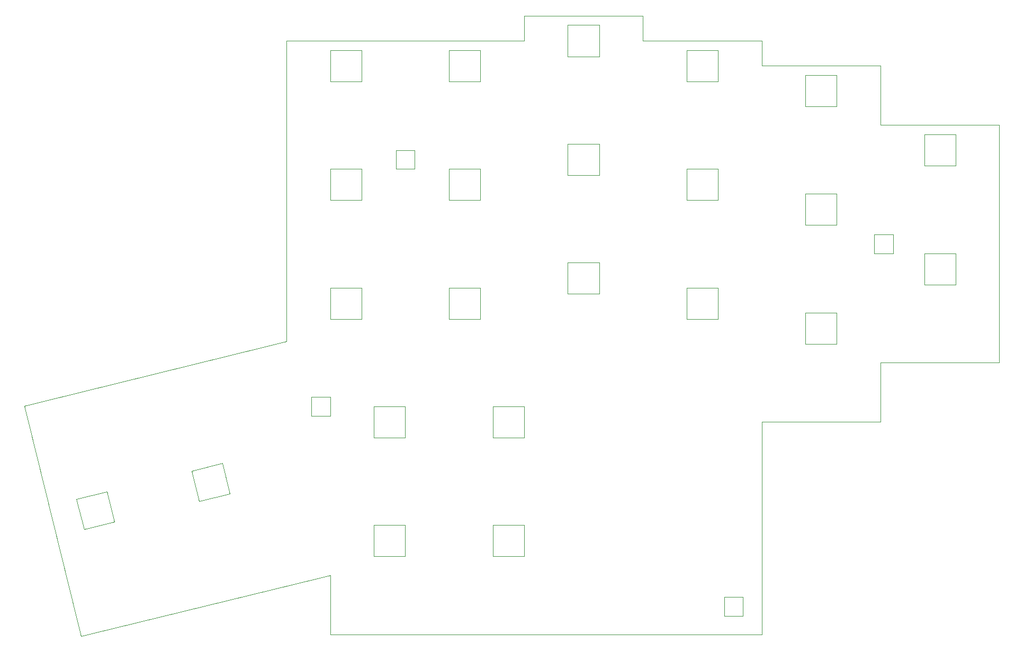
<source format=gbr>
%TF.GenerationSoftware,KiCad,Pcbnew,(5.1.10)-1*%
%TF.CreationDate,2021-06-29T07:08:46-05:00*%
%TF.ProjectId,RightHand,4d696e69-2e6b-4696-9361-645f70636258,rev?*%
%TF.SameCoordinates,Original*%
%TF.FileFunction,Profile,NP*%
%FSLAX46Y46*%
G04 Gerber Fmt 4.6, Leading zero omitted, Abs format (unit mm)*
G04 Created by KiCad (PCBNEW (5.1.10)-1) date 2021-06-29 07:08:46*
%MOMM*%
%LPD*%
G01*
G04 APERTURE LIST*
%TA.AperFunction,Profile*%
%ADD10C,0.050000*%
%TD*%
G04 APERTURE END LIST*
D10*
X56925200Y-77326700D02*
X58117900Y-82182400D01*
X58117900Y-82182400D02*
X62973500Y-80989800D01*
X61780900Y-76134100D02*
X62973500Y-80989800D01*
X56925200Y-77326700D02*
X61780900Y-76134100D01*
X75376800Y-72794700D02*
X80232500Y-71602100D01*
X75376800Y-72794700D02*
X76569500Y-77650400D01*
X76569500Y-77650400D02*
X81425100Y-76457800D01*
X80232500Y-71602100D02*
X81425100Y-76457800D01*
X109500000Y-81500000D02*
X104500000Y-81500000D01*
X109500000Y-86500000D02*
X109500000Y-81500000D01*
X104500000Y-86500000D02*
X109500000Y-86500000D01*
X104500000Y-81500000D02*
X104500000Y-86500000D01*
X128500000Y-81500000D02*
X123500000Y-81500000D01*
X128500000Y-86500000D02*
X128500000Y-81500000D01*
X123500000Y-86500000D02*
X128500000Y-86500000D01*
X123500000Y-81500000D02*
X123500000Y-86500000D01*
X109500000Y-62500000D02*
X104500000Y-62500000D01*
X109500000Y-67500000D02*
X109500000Y-62500000D01*
X104500000Y-67500000D02*
X109500000Y-67500000D01*
X104500000Y-62500000D02*
X104500000Y-67500000D01*
X128500000Y-62500000D02*
X123500000Y-62500000D01*
X128500000Y-67500000D02*
X128500000Y-62500000D01*
X123500000Y-67500000D02*
X128500000Y-67500000D01*
X123500000Y-62500000D02*
X123500000Y-67500000D01*
X178500000Y-47500000D02*
X173500000Y-47500000D01*
X178500000Y-52500000D02*
X178500000Y-47500000D01*
X173500000Y-52500000D02*
X178500000Y-52500000D01*
X173500000Y-47500000D02*
X173500000Y-52500000D01*
X159500000Y-43500000D02*
X154500000Y-43500000D01*
X159500000Y-48500000D02*
X159500000Y-43500000D01*
X154500000Y-48500000D02*
X159500000Y-48500000D01*
X154500000Y-43500000D02*
X154500000Y-48500000D01*
X140500000Y-39500000D02*
X135500000Y-39500000D01*
X140500000Y-44500000D02*
X140500000Y-39500000D01*
X135500000Y-44500000D02*
X140500000Y-44500000D01*
X135500000Y-39500000D02*
X135500000Y-44500000D01*
X121500000Y-43500000D02*
X116500000Y-43500000D01*
X121500000Y-48500000D02*
X121500000Y-43500000D01*
X116500000Y-48500000D02*
X121500000Y-48500000D01*
X116500000Y-43500000D02*
X116500000Y-48500000D01*
X102500000Y-43500000D02*
X97500000Y-43500000D01*
X102500000Y-48500000D02*
X102500000Y-43500000D01*
X97500000Y-48500000D02*
X102500000Y-48500000D01*
X97500000Y-43500000D02*
X97500000Y-48500000D01*
X102500000Y-24500000D02*
X97500000Y-24500000D01*
X102500000Y-29500000D02*
X102500000Y-24500000D01*
X97500000Y-29500000D02*
X102500000Y-29500000D01*
X97500000Y-24500000D02*
X97500000Y-29500000D01*
X121500000Y-24500000D02*
X116500000Y-24500000D01*
X121500000Y-29500000D02*
X121500000Y-24500000D01*
X116500000Y-29500000D02*
X121500000Y-29500000D01*
X116500000Y-24500000D02*
X116500000Y-29500000D01*
X140500000Y-20500000D02*
X135500000Y-20500000D01*
X140500000Y-25500000D02*
X140500000Y-20500000D01*
X135500000Y-25500000D02*
X140500000Y-25500000D01*
X135500000Y-20500000D02*
X135500000Y-25500000D01*
X159500000Y-24500000D02*
X154500000Y-24500000D01*
X159500000Y-29500000D02*
X159500000Y-24500000D01*
X154500000Y-29500000D02*
X159500000Y-29500000D01*
X154500000Y-24500000D02*
X154500000Y-29500000D01*
X178500000Y-28500000D02*
X173500000Y-28500000D01*
X178500000Y-33500000D02*
X178500000Y-28500000D01*
X173500000Y-33500000D02*
X178500000Y-33500000D01*
X173500000Y-28500000D02*
X173500000Y-33500000D01*
X197500000Y-38000000D02*
X192500000Y-38000000D01*
X197500000Y-43000000D02*
X197500000Y-38000000D01*
X192500000Y-43000000D02*
X197500000Y-43000000D01*
X192500000Y-38000000D02*
X192500000Y-43000000D01*
X197500000Y-19000000D02*
X192500000Y-19000000D01*
X197500000Y-24000000D02*
X197500000Y-19000000D01*
X192500000Y-24000000D02*
X197500000Y-24000000D01*
X192500000Y-19000000D02*
X192500000Y-24000000D01*
X178500000Y-9500000D02*
X173500000Y-9500000D01*
X178500000Y-14500000D02*
X178500000Y-9500000D01*
X173500000Y-14500000D02*
X178500000Y-14500000D01*
X173500000Y-9500000D02*
X173500000Y-14500000D01*
X159500000Y-5500000D02*
X154500000Y-5500000D01*
X159500000Y-10500000D02*
X159500000Y-5500000D01*
X154500000Y-10500000D02*
X159500000Y-10500000D01*
X154500000Y-5500000D02*
X154500000Y-10500000D01*
X140500000Y-1500000D02*
X135500000Y-1500000D01*
X140500000Y-6500000D02*
X140500000Y-1500000D01*
X135500000Y-6500000D02*
X140500000Y-6500000D01*
X135500000Y-1500000D02*
X135500000Y-6500000D01*
X121500000Y-5500000D02*
X116500000Y-5500000D01*
X121500000Y-10500000D02*
X121500000Y-5500000D01*
X116500000Y-10500000D02*
X121500000Y-10500000D01*
X116500000Y-5500000D02*
X116500000Y-10500000D01*
X102500000Y-5500000D02*
X97500000Y-5500000D01*
X102500000Y-10500000D02*
X102500000Y-5500000D01*
X97500000Y-10500000D02*
X102500000Y-10500000D01*
X97500000Y-5500000D02*
X97500000Y-10500000D01*
X184500000Y-38000000D02*
X187500000Y-38000000D01*
X184500000Y-35000000D02*
X184500000Y-38000000D01*
X187500000Y-35000000D02*
X184500000Y-35000000D01*
X187500000Y-38000000D02*
X187500000Y-35000000D01*
X111000000Y-21500000D02*
X108000000Y-21500000D01*
X111000000Y-24500000D02*
X111000000Y-21500000D01*
X108000000Y-24500000D02*
X111000000Y-24500000D01*
X108000000Y-21500000D02*
X108000000Y-24500000D01*
X94500000Y-61000000D02*
X97500000Y-61000000D01*
X94500000Y-64000000D02*
X94500000Y-61000000D01*
X97500000Y-64000000D02*
X94500000Y-64000000D01*
X97500000Y-61000000D02*
X97500000Y-64000000D01*
X160500000Y-96000000D02*
X163500000Y-96000000D01*
X160500000Y-93000000D02*
X160500000Y-96000000D01*
X163500000Y-93000000D02*
X160500000Y-93000000D01*
X163500000Y-96000000D02*
X163500000Y-93000000D01*
X90500000Y-4000000D02*
X90500000Y-52089900D01*
X48619500Y-62376300D02*
X90500000Y-52089900D01*
X48619500Y-62376300D02*
X57683400Y-99279500D01*
X57683400Y-99279500D02*
X97500000Y-89500000D01*
X97500000Y-89500000D02*
X97500000Y-99000000D01*
X97500000Y-99000000D02*
X166500000Y-99000000D01*
X166500000Y-65000000D02*
X166500000Y-99000000D01*
X166500000Y-65000000D02*
X185500000Y-65000000D01*
X185500000Y-55500000D02*
X185500000Y-65000000D01*
X185500000Y-55500000D02*
X204500000Y-55500000D01*
X204500000Y-17500000D02*
X204500000Y-55500000D01*
X185500000Y-17500000D02*
X204500000Y-17500000D01*
X185500000Y-8000000D02*
X185500000Y-17500000D01*
X166500000Y-8000000D02*
X185500000Y-8000000D01*
X166500000Y-4000000D02*
X166500000Y-8000000D01*
X147500000Y-4000000D02*
X166500000Y-4000000D01*
X147500000Y0D02*
X147500000Y-4000000D01*
X128500000Y0D02*
X147500000Y0D01*
X128500000Y0D02*
X128500000Y-4000000D01*
X90500000Y-4000000D02*
X128500000Y-4000000D01*
M02*

</source>
